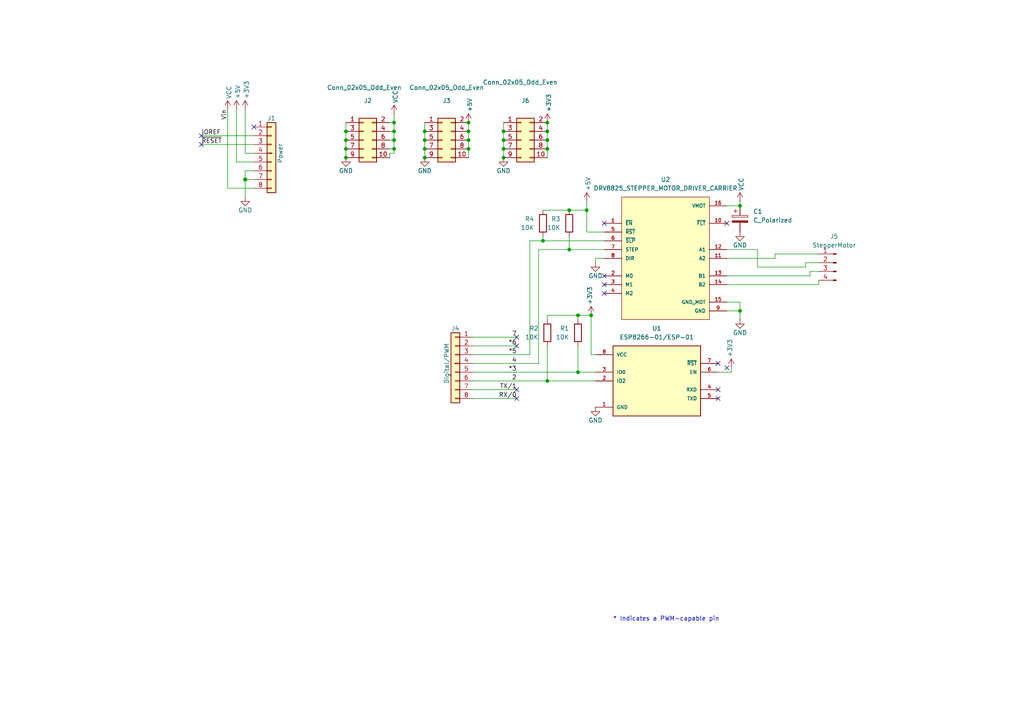
<source format=kicad_sch>
(kicad_sch (version 20250114) (generator "eeschema") (generator_version "9.0")
  (paper "A4")
  (title_block (date "mar. 31 mars 2015"))
  (lib_symbols
    (symbol "Connector:Conn_01x04_Pin" (pin_names (offset 1.016) (hide yes))
      (property "Reference" "J" (at 0 5.08 0))
      (property "Value" "Conn_01x04_Pin" (at 0 -7.62 0))
      (symbol "Conn_01x04_Pin_1_1"
        (rectangle (start 0.8636 2.667) (end 0 2.413) (stroke (width 0.1524)) (fill (type outline)))
        (rectangle (start 0.8636 0.127) (end 0 -0.127) (stroke (width 0.1524)) (fill (type outline)))
        (rectangle (start 0.8636 -2.413) (end 0 -2.667) (stroke (width 0.1524)) (fill (type outline)))
        (rectangle (start 0.8636 -4.953) (end 0 -5.207) (stroke (width 0.1524)) (fill (type outline)))
        (polyline (pts (xy 1.27 2.54) (xy 0.8636 2.54)) (stroke (width 0.1524)))
        (polyline (pts (xy 1.27 0) (xy 0.8636 0)) (stroke (width 0.1524)))
        (polyline (pts (xy 1.27 -2.54) (xy 0.8636 -2.54)) (stroke (width 0.1524)))
        (polyline (pts (xy 1.27 -5.08) (xy 0.8636 -5.08)) (stroke (width 0.1524)))
        (pin passive line (at 5.08 2.54 180) (length 3.81) (name "Pin_1") (number "1"))
        (pin passive line (at 5.08 0 180) (length 3.81) (name "Pin_2") (number "2"))
        (pin passive line (at 5.08 -2.54 180) (length 3.81) (name "Pin_3") (number "3"))
        (pin passive line (at 5.08 -5.08 180) (length 3.81) (name "Pin_4") (number "4"))
      )
    )
    (symbol "Connector_Generic:Conn_01x08" (pin_names (offset 1.016) (hide yes))
      (property "Reference" "J" (at 0 10.16 0))
      (property "Value" "Conn_01x08" (at 0 -12.7 0))
      (symbol "Conn_01x08_1_1"
        (rectangle (start -1.27 8.89) (end 1.27 -11.43) (stroke (width 0.254)) (fill (type background)))
        (rectangle (start -1.27 7.747) (end 0 7.493) (stroke (width 0.1524)))
        (rectangle (start -1.27 5.207) (end 0 4.953) (stroke (width 0.1524)))
        (rectangle (start -1.27 2.667) (end 0 2.413) (stroke (width 0.1524)))
        (rectangle (start -1.27 0.127) (end 0 -0.127) (stroke (width 0.1524)))
        (rectangle (start -1.27 -2.413) (end 0 -2.667) (stroke (width 0.1524)))
        (rectangle (start -1.27 -4.953) (end 0 -5.207) (stroke (width 0.1524)))
        (rectangle (start -1.27 -7.493) (end 0 -7.747) (stroke (width 0.1524)))
        (rectangle (start -1.27 -10.033) (end 0 -10.287) (stroke (width 0.1524)))
        (pin passive line (at -5.08 7.62 0) (length 3.81) (name "Pin_1") (number "1"))
        (pin passive line (at -5.08 5.08 0) (length 3.81) (name "Pin_2") (number "2"))
        (pin passive line (at -5.08 2.54 0) (length 3.81) (name "Pin_3") (number "3"))
        (pin passive line (at -5.08 0 0) (length 3.81) (name "Pin_4") (number "4"))
        (pin passive line (at -5.08 -2.54 0) (length 3.81) (name "Pin_5") (number "5"))
        (pin passive line (at -5.08 -5.08 0) (length 3.81) (name "Pin_6") (number "6"))
        (pin passive line (at -5.08 -7.62 0) (length 3.81) (name "Pin_7") (number "7"))
        (pin passive line (at -5.08 -10.16 0) (length 3.81) (name "Pin_8") (number "8"))
      )
    )
    (symbol "Connector_Generic:Conn_02x05_Odd_Even" (pin_names (offset 1.016) (hide yes))
      (property "Reference" "J" (at 1.27 7.62 0))
      (property "Value" "Conn_02x05_Odd_Even" (at 1.27 -7.62 0))
      (symbol "Conn_02x05_Odd_Even_1_1"
        (rectangle (start -1.27 6.35) (end 3.81 -6.35) (stroke (width 0.254)) (fill (type background)))
        (rectangle (start -1.27 5.207) (end 0 4.953) (stroke (width 0.1524)))
        (rectangle (start -1.27 2.667) (end 0 2.413) (stroke (width 0.1524)))
        (rectangle (start -1.27 0.127) (end 0 -0.127) (stroke (width 0.1524)))
        (rectangle (start -1.27 -2.413) (end 0 -2.667) (stroke (width 0.1524)))
        (rectangle (start -1.27 -4.953) (end 0 -5.207) (stroke (width 0.1524)))
        (rectangle (start 3.81 5.207) (end 2.54 4.953) (stroke (width 0.1524)))
        (rectangle (start 3.81 2.667) (end 2.54 2.413) (stroke (width 0.1524)))
        (rectangle (start 3.81 0.127) (end 2.54 -0.127) (stroke (width 0.1524)))
        (rectangle (start 3.81 -2.413) (end 2.54 -2.667) (stroke (width 0.1524)))
        (rectangle (start 3.81 -4.953) (end 2.54 -5.207) (stroke (width 0.1524)))
        (pin passive line (at -5.08 5.08 0) (length 3.81) (name "Pin_1") (number "1"))
        (pin passive line (at -5.08 2.54 0) (length 3.81) (name "Pin_3") (number "3"))
        (pin passive line (at -5.08 0 0) (length 3.81) (name "Pin_5") (number "5"))
        (pin passive line (at -5.08 -2.54 0) (length 3.81) (name "Pin_7") (number "7"))
        (pin passive line (at -5.08 -5.08 0) (length 3.81) (name "Pin_9") (number "9"))
        (pin passive line (at 7.62 5.08 180) (length 3.81) (name "Pin_2") (number "2"))
        (pin passive line (at 7.62 2.54 180) (length 3.81) (name "Pin_4") (number "4"))
        (pin passive line (at 7.62 0 180) (length 3.81) (name "Pin_6") (number "6"))
        (pin passive line (at 7.62 -2.54 180) (length 3.81) (name "Pin_8") (number "8"))
        (pin passive line (at 7.62 -5.08 180) (length 3.81) (name "Pin_10") (number "10"))
      )
    )
    (symbol "DRV8825_STEPPER_MOTOR_DRIVER_CARRIER:DRV8825_STEPPER_MOTOR_DRIVER_CARRIER" (pin_names (offset 1.016))
      (property "Reference" "U" (at -12.7 18.542 0))
      (property "Value" "DRV8825_STEPPER_MOTOR_DRIVER_CARRIER" (at -12.7 -20.32 0))
      (symbol "DRV8825_STEPPER_MOTOR_DRIVER_CARRIER_0_0"
        (rectangle (start -12.7 -17.78) (end 12.7 17.78) (stroke (width 0.1524)) (fill (type background)))
        (pin input line (at -17.78 10.16 0) (length 5.08) (name "~{EN}") (number "1"))
        (pin input line (at -17.78 7.62 0) (length 5.08) (name "~{RST}") (number "5"))
        (pin input line (at -17.78 5.08 0) (length 5.08) (name "~{SLP}") (number "6"))
        (pin input line (at -17.78 2.54 0) (length 5.08) (name "STEP") (number "7"))
        (pin input line (at -17.78 0 0) (length 5.08) (name "DIR") (number "8"))
        (pin input line (at -17.78 -5.08 0) (length 5.08) (name "M0") (number "2"))
        (pin input line (at -17.78 -7.62 0) (length 5.08) (name "M1") (number "3"))
        (pin input line (at -17.78 -10.16 0) (length 5.08) (name "M2") (number "4"))
        (pin power_in line (at 17.78 15.24 180) (length 5.08) (name "VMOT") (number "16"))
        (pin output line (at 17.78 10.16 180) (length 5.08) (name "~{FLT}") (number "10"))
        (pin output line (at 17.78 2.54 180) (length 5.08) (name "A1") (number "12"))
        (pin output line (at 17.78 0 180) (length 5.08) (name "A2") (number "11"))
        (pin output line (at 17.78 -5.08 180) (length 5.08) (name "B1") (number "13"))
        (pin output line (at 17.78 -7.62 180) (length 5.08) (name "B2") (number "14"))
        (pin power_in line (at 17.78 -12.7 180) (length 5.08) (name "GND_MOT") (number "15"))
        (pin power_in line (at 17.78 -15.24 180) (length 5.08) (name "GND") (number "9"))
      )
    )
    (symbol "Device:C_Polarized" (pin_numbers (hide yes)) (pin_names (offset 0.254))
      (property "Reference" "C" (at 0.635 2.54 0))
      (property "Value" "C_Polarized" (at 0.635 -2.54 0))
      (symbol "C_Polarized_0_1"
        (rectangle (start -2.286 0.508) (end 2.286 1.016))
        (polyline (pts (xy -1.778 2.286) (xy -0.762 2.286)))
        (polyline (pts (xy -1.27 2.794) (xy -1.27 1.778)))
        (rectangle (start 2.286 -0.508) (end -2.286 -1.016) (fill (type outline)))
      )
      (symbol "C_Polarized_1_1"
        (pin passive line (at 0 3.81 270) (length 2.794) (name "~") (number "1"))
        (pin passive line (at 0 -3.81 90) (length 2.794) (name "~") (number "2"))
      )
    )
    (symbol "Device:R" (pin_numbers (hide yes)) (pin_names (offset 0))
      (property "Reference" "R" (at 2.032 0 90))
      (property "Value" "R" (at 0 0 90))
      (symbol "R_0_1"
        (rectangle (start -1.016 -2.54) (end 1.016 2.54) (stroke (width 0.254)))
      )
      (symbol "R_1_1"
        (pin passive line (at 0 3.81 270) (length 1.27) (name "~") (number "1"))
        (pin passive line (at 0 -3.81 90) (length 1.27) (name "~") (number "2"))
      )
    )
    (symbol "ESP8266-01_ESP-01:ESP8266-01/ESP-01" (pin_names (offset 1.016))
      (property "Reference" "U" (at -12.7 10.668 0))
      (property "Value" "ESP8266-01/ESP-01" (at -12.7254 -12.7254 0))
      (symbol "ESP8266-01/ESP-01_0_0"
        (rectangle (start -12.7 -10.16) (end 12.7 10.16) (stroke (width 0.254)) (fill (type background)))
        (pin input line (at -17.78 5.08 0) (length 5.08) (name "~{RST}") (number "7"))
        (pin input line (at -17.78 2.54 0) (length 5.08) (name "EN") (number "6"))
        (pin input line (at -17.78 -2.54 0) (length 5.08) (name "RXD") (number "4"))
        (pin output line (at -17.78 -5.08 0) (length 5.08) (name "TXD") (number "5"))
        (pin power_in line (at 17.78 7.62 180) (length 5.08) (name "VCC") (number "8"))
        (pin bidirectional line (at 17.78 2.54 180) (length 5.08) (name "IO0") (number "3"))
        (pin bidirectional line (at 17.78 0 180) (length 5.08) (name "IO2") (number "2"))
        (pin power_in line (at 17.78 -7.62 180) (length 5.08) (name "GND") (number "1"))
      )
    )
    (symbol "power:+3V3" (power) (pin_numbers (hide yes)) (pin_names (offset 0) (hide yes))
      (property "Value" "+3V3" (at 0 3.556 0))
      (symbol "+3V3_0_1"
        (polyline (pts (xy -0.762 1.27) (xy 0 2.54)))
        (polyline (pts (xy 0 2.54) (xy 0.762 1.27)))
        (polyline (pts (xy 0 0) (xy 0 2.54)))
      )
      (symbol "+3V3_1_1"
        (pin power_in line (at 0 0 90) (length 0) (name "~") (number "1"))
      )
    )
    (symbol "power:+5V" (power) (pin_numbers (hide yes)) (pin_names (offset 0) (hide yes))
      (property "Value" "+5V" (at 0 3.556 0))
      (symbol "+5V_0_1"
        (polyline (pts (xy -0.762 1.27) (xy 0 2.54)))
        (polyline (pts (xy 0 2.54) (xy 0.762 1.27)))
        (polyline (pts (xy 0 0) (xy 0 2.54)))
      )
      (symbol "+5V_1_1"
        (pin power_in line (at 0 0 90) (length 0) (name "~") (number "1"))
      )
    )
    (symbol "power:GND" (power) (pin_numbers (hide yes)) (pin_names (offset 0) (hide yes))
      (property "Value" "GND" (at 0 -3.81 0))
      (symbol "GND_0_1"
        (polyline (pts (xy 0 0) (xy 0 -1.27) (xy 1.27 -1.27) (xy 0 -2.54) (xy -1.27 -1.27) (xy 0 -1.27)))
      )
      (symbol "GND_1_1"
        (pin power_in line (at 0 0 270) (length 0) (name "~") (number "1"))
      )
    )
    (symbol "power:VCC" (power) (pin_numbers (hide yes)) (pin_names (offset 0) (hide yes))
      (property "Value" "VCC" (at 0 3.556 0))
      (symbol "VCC_0_1"
        (polyline (pts (xy -0.762 1.27) (xy 0 2.54)))
        (polyline (pts (xy 0 2.54) (xy 0.762 1.27)))
        (polyline (pts (xy 0 0) (xy 0 2.54)))
      )
      (symbol "VCC_1_1"
        (pin power_in line (at 0 0 90) (length 0) (name "~") (number "1"))
      )
    )
  )
  (text "* Indicates a PWM-capable pin" (at 177.8 180.34 0) (effects (font (size 1.27 1.27)) (justify left bottom)))
  (junction (at 123.19 45.72))
  (junction (at 170.18 60.96))
  (junction (at 123.19 43.18))
  (junction (at 135.89 35.56))
  (junction (at 100.33 43.18))
  (junction (at 165.1 60.96))
  (junction (at 100.33 38.1))
  (junction (at 167.64 91.44))
  (junction (at 135.89 38.1))
  (junction (at 158.75 43.18))
  (junction (at 146.05 38.1))
  (junction (at 114.3 38.1))
  (junction (at 214.63 59.69))
  (junction (at 71.12 52.07) (diameter 1.016))
  (junction (at 123.19 38.1))
  (junction (at 114.3 35.56))
  (junction (at 114.3 40.64))
  (junction (at 123.19 40.64))
  (junction (at 100.33 40.64))
  (junction (at 100.33 45.72))
  (junction (at 157.48 69.85))
  (junction (at 158.75 38.1))
  (junction (at 135.89 43.18))
  (junction (at 158.75 40.64))
  (junction (at 114.3 43.18))
  (junction (at 146.05 43.18))
  (junction (at 146.05 40.64))
  (junction (at 167.64 107.95))
  (junction (at 214.63 90.17))
  (junction (at 146.05 45.72))
  (junction (at 158.75 35.56))
  (junction (at 158.75 110.49))
  (junction (at 135.89 40.64))
  (junction (at 165.1 72.39))
  (junction (at 171.45 91.44))
  (no_connect (at 58.42 41.91))
  (no_connect (at 208.28 115.57))
  (no_connect (at 175.26 85.09))
  (no_connect (at 149.86 97.79))
  (no_connect (at 58.42 39.37))
  (no_connect (at 210.82 106.68))
  (no_connect (at 210.82 64.77))
  (no_connect (at 175.26 82.55))
  (no_connect (at 208.28 105.41))
  (no_connect (at 149.86 113.03))
  (no_connect (at 208.28 113.03))
  (no_connect (at 73.66 36.83))
  (no_connect (at 149.86 100.33))
  (no_connect (at 175.26 64.77))
  (no_connect (at 149.86 115.57))
  (no_connect (at 175.26 80.01))
  (wire (pts (xy 137.16 115.57) (xy 149.86 115.57)))
  (wire (pts (xy 210.82 74.93) (xy 224.79 74.93)))
  (wire (pts (xy 171.45 91.44) (xy 167.64 91.44)))
  (wire (pts (xy 170.18 67.31) (xy 170.18 60.96)))
  (wire (pts (xy 234.95 78.74) (xy 237.49 78.74)))
  (wire (pts (xy 214.63 90.17) (xy 214.63 92.71)))
  (wire (pts (xy 135.89 38.1) (xy 135.89 40.64)))
  (wire (pts (xy 123.19 43.18) (xy 123.19 45.72)))
  (wire (pts (xy 71.12 49.53) (xy 71.12 52.07)))
  (wire (pts (xy 210.82 87.63) (xy 214.63 87.63)))
  (wire (pts (xy 233.68 77.47) (xy 233.68 76.2)))
  (wire (pts (xy 158.75 40.64) (xy 158.75 43.18)))
  (wire (pts (xy 114.3 38.1) (xy 114.3 40.64)))
  (wire (pts (xy 158.75 35.56) (xy 158.75 38.1)))
  (wire (pts (xy 233.68 76.2) (xy 237.49 76.2)))
  (wire (pts (xy 157.48 60.96) (xy 165.1 60.96)))
  (wire (pts (xy 172.72 102.87) (xy 171.45 102.87)))
  (wire (pts (xy 71.12 52.07) (xy 71.12 57.15)))
  (wire (pts (xy 167.64 91.44) (xy 167.64 92.71)))
  (wire (pts (xy 71.12 44.45) (xy 73.66 44.45)))
  (wire (pts (xy 68.58 46.99) (xy 73.66 46.99)))
  (wire (pts (xy 114.3 35.56) (xy 114.3 38.1)))
  (wire (pts (xy 68.58 31.75) (xy 68.58 46.99)))
  (wire (pts (xy 208.28 107.95) (xy 212.09 107.95)))
  (wire (pts (xy 224.79 73.66) (xy 237.49 73.66)))
  (wire (pts (xy 71.12 31.75) (xy 71.12 44.45)))
  (wire (pts (xy 137.16 97.79) (xy 149.86 97.79)))
  (wire (pts (xy 157.48 69.85) (xy 175.26 69.85)))
  (wire (pts (xy 158.75 91.44) (xy 167.64 91.44)))
  (wire (pts (xy 170.18 60.96) (xy 170.18 58.42)))
  (wire (pts (xy 137.16 100.33) (xy 149.86 100.33)))
  (wire (pts (xy 113.03 44.45) (xy 113.03 45.72)))
  (wire (pts (xy 165.1 72.39) (xy 175.26 72.39)))
  (wire (pts (xy 114.3 40.64) (xy 114.3 43.18)))
  (wire (pts (xy 146.05 40.64) (xy 146.05 43.18)))
  (wire (pts (xy 123.19 38.1) (xy 123.19 40.64)))
  (wire (pts (xy 123.19 35.56) (xy 123.19 38.1)))
  (wire (pts (xy 234.95 80.01) (xy 234.95 78.74)))
  (wire (pts (xy 224.79 74.93) (xy 224.79 73.66)))
  (wire (pts (xy 165.1 68.58) (xy 165.1 72.39)))
  (wire (pts (xy 171.45 91.44) (xy 171.45 102.87)))
  (wire (pts (xy 137.16 105.41) (xy 156.21 105.41)))
  (wire (pts (xy 156.21 105.41) (xy 156.21 72.39)))
  (wire (pts (xy 214.63 59.69) (xy 214.63 58.42)))
  (wire (pts (xy 175.26 74.93) (xy 172.72 74.93)))
  (wire (pts (xy 158.75 92.71) (xy 158.75 91.44)))
  (wire (pts (xy 58.42 39.37) (xy 73.66 39.37)))
  (wire (pts (xy 113.03 43.18) (xy 114.3 43.18)))
  (wire (pts (xy 100.33 35.56) (xy 100.33 38.1)))
  (wire (pts (xy 210.82 59.69) (xy 214.63 59.69)))
  (wire (pts (xy 175.26 67.31) (xy 170.18 67.31)))
  (wire (pts (xy 210.82 80.01) (xy 234.95 80.01)))
  (wire (pts (xy 113.03 44.45) (xy 114.3 44.45)))
  (wire (pts (xy 113.03 35.56) (xy 114.3 35.56)))
  (wire (pts (xy 210.82 72.39) (xy 219.71 72.39)))
  (wire (pts (xy 146.05 35.56) (xy 146.05 38.1)))
  (wire (pts (xy 135.89 43.18) (xy 135.89 45.72)))
  (wire (pts (xy 100.33 43.18) (xy 100.33 45.72)))
  (wire (pts (xy 58.42 41.91) (xy 73.66 41.91)))
  (wire (pts (xy 210.82 82.55) (xy 237.49 82.55)))
  (wire (pts (xy 73.66 52.07) (xy 71.12 52.07)))
  (wire (pts (xy 114.3 44.45) (xy 114.3 43.18)))
  (wire (pts (xy 158.75 38.1) (xy 158.75 40.64)))
  (wire (pts (xy 146.05 43.18) (xy 146.05 45.72)))
  (wire (pts (xy 135.89 35.56) (xy 135.89 38.1)))
  (wire (pts (xy 73.66 54.61) (xy 66.04 54.61)))
  (wire (pts (xy 165.1 60.96) (xy 170.18 60.96)))
  (wire (pts (xy 114.3 33.02) (xy 114.3 35.56)))
  (wire (pts (xy 123.19 40.64) (xy 123.19 43.18)))
  (wire (pts (xy 153.67 102.87) (xy 153.67 69.85)))
  (wire (pts (xy 146.05 38.1) (xy 146.05 40.64)))
  (wire (pts (xy 214.63 87.63) (xy 214.63 90.17)))
  (wire (pts (xy 73.66 49.53) (xy 71.12 49.53)))
  (wire (pts (xy 158.75 43.18) (xy 158.75 45.72)))
  (wire (pts (xy 137.16 102.87) (xy 153.67 102.87)))
  (wire (pts (xy 156.21 72.39) (xy 165.1 72.39)))
  (wire (pts (xy 113.03 40.64) (xy 114.3 40.64)))
  (wire (pts (xy 219.71 72.39) (xy 219.71 77.47)))
  (wire (pts (xy 167.64 107.95) (xy 172.72 107.95)))
  (wire (pts (xy 137.16 110.49) (xy 158.75 110.49)))
  (wire (pts (xy 237.49 82.55) (xy 237.49 81.28)))
  (wire (pts (xy 137.16 107.95) (xy 167.64 107.95)))
  (wire (pts (xy 100.33 38.1) (xy 100.33 40.64)))
  (wire (pts (xy 219.71 77.47) (xy 233.68 77.47)))
  (wire (pts (xy 100.33 40.64) (xy 100.33 43.18)))
  (wire (pts (xy 135.89 40.64) (xy 135.89 43.18)))
  (wire (pts (xy 113.03 38.1) (xy 114.3 38.1)))
  (wire (pts (xy 210.82 90.17) (xy 214.63 90.17)))
  (wire (pts (xy 158.75 110.49) (xy 158.75 100.33)))
  (wire (pts (xy 157.48 68.58) (xy 157.48 69.85)))
  (wire (pts (xy 137.16 113.03) (xy 149.86 113.03)))
  (wire (pts (xy 66.04 54.61) (xy 66.04 31.75)))
  (wire (pts (xy 172.72 74.93) (xy 172.72 76.2)))
  (wire (pts (xy 167.64 100.33) (xy 167.64 107.95)))
  (wire (pts (xy 153.67 69.85) (xy 157.48 69.85)))
  (wire (pts (xy 158.75 110.49) (xy 172.72 110.49)))
  (wire (pts (xy 212.09 107.95) (xy 212.09 106.68)))
  (label "RX{slash}0" (at 149.86 115.57 180))
  (label "4" (at 149.86 105.41 180))
  (label "2" (at 149.86 110.49 180))
  (label "~{RESET}" (at 58.42 41.91 0))
  (label "7" (at 149.86 97.79 180))
  (label "*3" (at 149.86 107.95 180))
  (label "TX{slash}1" (at 149.86 113.03 180))
  (label "Vin" (at 66.04 31.75 270))
  (label "*6" (at 149.86 100.33 180))
  (label "*5" (at 149.86 102.87 180))
  (label "IOREF" (at 58.42 39.37 0))
  (symbol (lib_id "Connector_Generic:Conn_01x08") (at 78.74 44.45 0) (unit 1)
    (property "Reference" "J1" (at 78.74 34.29 0))
    (property "Value" "Power" (at 81.28 44.45 90))
    (property "Footprint" "Connector_PinSocket_2.54mm:PinSocket_1x08_P2.54mm_Vertical" (effects (hide yes)))
    (property "Datasheet" "~" (at 78.74 44.45 0))
    (property "Description" "Generic connector, single row, 01x08, script generated (kicad-library-utils/schlib/autogen/connector/)" (effects (hide yes)))
  )
  (symbol (lib_id "power:+3V3") (at 71.12 31.75 0) (unit 1)
    (property "Reference" "#PWR03" (effects (hide yes)))
    (property "Value" "+3V3" (at 71.501 28.702 90) (effects (justify left)))
    (property "Description" "Power symbol creates a global label with name \"+3V3\"" (effects (hide yes)))
  )
  (symbol (lib_id "power:+5V") (at 68.58 31.75 0) (unit 1)
    (property "Reference" "#PWR02" (effects (hide yes)))
    (property "Value" "+5V" (at 68.9356 28.702 90) (effects (justify left)))
    (property "Description" "Power symbol creates a global label with name \"+5V\"" (effects (hide yes)))
  )
  (symbol (lib_id "power:GND") (at 71.12 57.15 0) (unit 1)
    (property "Reference" "#PWR04" (effects (hide yes)))
    (property "Value" "GND" (at 71.12 60.96 0))
    (property "Description" "Power symbol creates a global label with name \"GND\" , ground" (effects (hide yes)))
  )
  (symbol (lib_id "Connector_Generic:Conn_01x08") (at 132.08 105.41 0) (mirror y) (unit 1)
    (property "Reference" "J4" (at 132.08 95.25 0))
    (property "Value" "Digital/PWM" (at 129.54 105.41 90))
    (property "Footprint" "Connector_PinSocket_2.54mm:PinSocket_1x08_P2.54mm_Vertical" (effects (hide yes)))
    (property "Datasheet" "~" (at 132.08 105.41 0))
    (property "Description" "Generic connector, single row, 01x08, script generated (kicad-library-utils/schlib/autogen/connector/)" (effects (hide yes)))
  )
  (symbol (lib_id "power:+3V3") (at 171.45 91.44 0) (mirror y) (unit 1)
    (property "Reference" "#PWR012" (effects (hide yes)))
    (property "Value" "+3V3" (at 171.069 88.392 90) (effects (justify left)))
    (property "Description" "Power symbol creates a global label with name \"+3V3\"" (effects (hide yes)))
  )
  (symbol (lib_id "Device:R") (at 165.1 64.77 0) (mirror y) (unit 1)
    (property "Reference" "R3" (at 162.56 63.4999 0) (effects (justify left)))
    (property "Value" "10K" (at 162.56 66.0399 0) (effects (justify left)))
    (property "Footprint" "Resistor_SMD:R_0402_1005Metric_Pad0.72x0.64mm_HandSolder" (effects (hide yes)))
    (property "Description" "Resistor" (effects (hide yes)))
  )
  (symbol (lib_id "power:GND") (at 172.72 118.11 0) (mirror y) (unit 1)
    (property "Reference" "#PWR09" (effects (hide yes)))
    (property "Value" "GND" (at 172.72 121.92 0))
    (property "Description" "Power symbol creates a global label with name \"GND\" , ground" (effects (hide yes)))
  )
  (symbol (lib_id "ESP8266-01_ESP-01:ESP8266-01/ESP-01") (at 190.5 110.49 0) (mirror y) (unit 1)
    (property "Reference" "U1" (at 190.5 95.25 0))
    (property "Value" "ESP8266-01/ESP-01" (at 190.5 97.79 0))
    (property "Footprint" "lib:XCVR_ESP8266-01_ESP-01" (effects (hide yes)))
    (property "PARTREV" "V1.2" (effects (hide yes)))
    (property "STANDARD" "Manufacturer recommendations or IPC 7351B" (effects (hide yes)))
    (property "MAXIMUM_PACKAGE_HEIGHT" "11.2 mm" (effects (hide yes)))
    (property "MANUFACTURER" "AI-Thinker" (effects (hide yes)))
  )
  (symbol (lib_id "power:VCC") (at 214.63 58.42 0) (unit 1)
    (property "Reference" "#PWR07" (effects (hide yes)))
    (property "Value" "VCC" (at 215.011 55.372 90) (effects (justify left)))
    (property "Description" "Power symbol creates a global label with name \"VCC\"" (effects (hide yes)))
  )
  (symbol (lib_id "power:+3V3") (at 158.75 35.56 0) (unit 1)
    (property "Reference" "#PWR017" (effects (hide yes)))
    (property "Value" "+3V3" (at 159.131 32.512 90) (effects (justify left)))
    (property "Description" "Power symbol creates a global label with name \"+3V3\"" (effects (hide yes)))
  )
  (symbol (lib_id "Device:R") (at 158.75 96.52 0) (mirror y) (unit 1)
    (property "Reference" "R2" (at 156.21 95.2499 0) (effects (justify left)))
    (property "Value" "10K" (at 156.21 97.7899 0) (effects (justify left)))
    (property "Footprint" "Resistor_SMD:R_0402_1005Metric_Pad0.72x0.64mm_HandSolder" (effects (hide yes)))
    (property "Description" "Resistor" (effects (hide yes)))
  )
  (symbol (lib_id "power:GND") (at 214.63 67.31 0) (unit 1)
    (property "Reference" "#PWR018" (effects (hide yes)))
    (property "Value" "GND" (at 214.63 71.12 0))
    (property "Description" "Power symbol creates a global label with name \"GND\" , ground" (effects (hide yes)))
  )
  (symbol (lib_id "power:GND") (at 100.33 45.72 0) (unit 1)
    (property "Reference" "#PWR013" (effects (hide yes)))
    (property "Value" "GND" (at 100.33 49.53 0))
    (property "Description" "Power symbol creates a global label with name \"GND\" , ground" (effects (hide yes)))
  )
  (symbol (lib_id "power:GND") (at 172.72 76.2 0) (unit 1)
    (property "Reference" "#PWR08" (effects (hide yes)))
    (property "Value" "GND" (at 172.72 80.01 0))
    (property "Description" "Power symbol creates a global label with name \"GND\" , ground" (effects (hide yes)))
  )
  (symbol (lib_id "power:VCC") (at 66.04 31.75 0) (unit 1)
    (property "Reference" "#PWR01" (effects (hide yes)))
    (property "Value" "VCC" (at 66.421 28.702 90) (effects (justify left)))
    (property "Description" "Power symbol creates a global label with name \"VCC\"" (effects (hide yes)))
  )
  (symbol (lib_id "Connector_Generic:Conn_02x05_Odd_Even") (at 105.41 40.64 0) (unit 1)
    (property "Reference" "J2" (at 106.68 29.21 0))
    (property "Value" "Conn_02x05_Odd_Even" (at 105.664 25.4 0))
    (property "Footprint" "lib:PinSocket_2x05_P2.54mm_Vertical_aquario" (effects (hide yes)))
    (property "Description" "Generic connector, double row, 02x05, odd/even pin numbering scheme (row 1 odd numbers, row 2 even numbers), script generated (kicad-library-utils/schlib/autogen/connector/)" (effects (hide yes)))
  )
  (symbol (lib_id "Connector_Generic:Conn_02x05_Odd_Even") (at 128.27 40.64 0) (unit 1)
    (property "Reference" "J3" (at 129.54 29.21 0))
    (property "Value" "Conn_02x05_Odd_Even" (at 129.54 25.4 0))
    (property "Footprint" "lib:PinSocket_2x05_P2.54mm_Vertical_aquario" (effects (hide yes)))
    (property "Description" "Generic connector, double row, 02x05, odd/even pin numbering scheme (row 1 odd numbers, row 2 even numbers), script generated (kicad-library-utils/schlib/autogen/connector/)" (effects (hide yes)))
  )
  (symbol (lib_id "Connector:Conn_01x04_Pin") (at 242.57 76.2 0) (mirror y) (unit 1)
    (property "Reference" "J5" (at 241.935 68.58 0))
    (property "Value" "StepperMotor" (at 241.935 71.12 0))
    (property "Footprint" "Connector_PinSocket_2.54mm:PinSocket_1x04_P2.54mm_Vertical" (effects (hide yes)))
    (property "Description" "Generic connector, single row, 01x04, script generated" (effects (hide yes)))
  )
  (symbol (lib_id "power:+5V") (at 170.18 58.42 0) (unit 1)
    (property "Reference" "#PWR010" (effects (hide yes)))
    (property "Value" "+5V" (at 170.5356 55.372 90) (effects (justify left)))
    (property "Description" "Power symbol creates a global label with name \"+5V\"" (effects (hide yes)))
  )
  (symbol (lib_id "Device:R") (at 167.64 96.52 0) (mirror y) (unit 1)
    (property "Reference" "R1" (at 165.1 95.2499 0) (effects (justify left)))
    (property "Value" "10K" (at 165.1 97.7899 0) (effects (justify left)))
    (property "Footprint" "Resistor_SMD:R_0402_1005Metric_Pad0.72x0.64mm_HandSolder" (effects (hide yes)))
    (property "Description" "Resistor" (effects (hide yes)))
  )
  (symbol (lib_id "power:GND") (at 146.05 45.72 0) (unit 1)
    (property "Reference" "#PWR016" (effects (hide yes)))
    (property "Value" "GND" (at 146.05 49.53 0))
    (property "Description" "Power symbol creates a global label with name \"GND\" , ground" (effects (hide yes)))
  )
  (symbol (lib_id "Connector_Generic:Conn_02x05_Odd_Even") (at 151.13 40.64 0) (unit 1)
    (property "Reference" "J6" (at 152.4 29.21 0))
    (property "Value" "Conn_02x05_Odd_Even" (at 150.876 23.876 0))
    (property "Footprint" "lib:PinSocket_2x05_P2.54mm_Vertical_aquario" (effects (hide yes)))
    (property "Description" "Generic connector, double row, 02x05, odd/even pin numbering scheme (row 1 odd numbers, row 2 even numbers), script generated (kicad-library-utils/schlib/autogen/connector/)" (effects (hide yes)))
  )
  (symbol (lib_id "power:GND") (at 214.63 92.71 0) (unit 1)
    (property "Reference" "#PWR06" (effects (hide yes)))
    (property "Value" "GND" (at 214.63 96.52 0))
    (property "Description" "Power symbol creates a global label with name \"GND\" , ground" (effects (hide yes)))
  )
  (symbol (lib_id "power:+3V3") (at 212.09 106.68 0) (mirror y) (unit 1)
    (property "Reference" "#PWR011" (effects (hide yes)))
    (property "Value" "+3V3" (at 211.709 103.632 90) (effects (justify left)))
    (property "Description" "Power symbol creates a global label with name \"+3V3\"" (effects (hide yes)))
  )
  (symbol (lib_id "DRV8825_STEPPER_MOTOR_DRIVER_CARRIER:DRV8825_STEPPER_MOTOR_DRIVER_CARRIER") (at 193.04 74.93 0) (unit 1)
    (property "Reference" "U2" (at 193.04 52.07 0))
    (property "Value" "DRV8825_STEPPER_MOTOR_DRIVER_CARRIER" (at 193.04 54.61 0))
    (property "Footprint" "lib:IC_DRV8825_STEPPER_MOTOR_DRIVER_CARRIER" (effects (hide yes)))
    (property "MF" "Pololu" (effects (hide yes)))
    (property "DESCRIPTION" "Stepper motor controler; IC: DRV8825; 1.5A; Uin mot: 8.2÷45V" (effects (hide yes)))
    (property "PACKAGE" "None" (effects (hide yes)))
    (property "PRICE" "None" (effects (hide yes)))
    (property "Package" "None" (effects (hide yes)))
    (property "Check_prices" "https://www.snapeda.com/parts/DRV8825%20STEPPER%20MOTOR%20DRIVER%20CARRIER/Pololu/view-part/?ref=eda" (effects (hide yes)))
    (property "Price" "None" (effects (hide yes)))
    (property "SnapEDA_Link" "https://www.snapeda.com/parts/DRV8825%20STEPPER%20MOTOR%20DRIVER%20CARRIER/Pololu/view-part/?ref=snap" (effects (hide yes)))
    (property "MP" "DRV8825 STEPPER MOTOR DRIVER CARRIER" (effects (hide yes)))
    (property "Availability" "Not in stock" (effects (hide yes)))
    (property "AVAILABILITY" "Unavailable" (effects (hide yes)))
    (property "Description_1" "Stepper, Bipolar 8.2 ~ 45VDC Supply 1.5A 8.2 ~ 45V Load" (effects (hide yes)))
  )
  (symbol (lib_id "Device:C_Polarized") (at 214.63 63.5 0) (unit 1)
    (property "Reference" "C1" (at 218.44 61.3409 0) (effects (justify left)))
    (property "Value" "C_Polarized" (at 218.44 63.8809 0) (effects (justify left)))
    (property "Footprint" "Capacitor_THT:CP_Radial_D10.0mm_P5.00mm" (effects (hide yes)))
    (property "Description" "Polarized capacitor" (effects (hide yes)))
  )
  (symbol (lib_id "power:+5V") (at 135.89 35.56 0) (unit 1)
    (property "Reference" "#PWR015" (effects (hide yes)))
    (property "Value" "+5V" (at 136.2456 32.512 90) (effects (justify left)))
    (property "Description" "Power symbol creates a global label with name \"+5V\"" (effects (hide yes)))
  )
  (symbol (lib_id "Device:R") (at 157.48 64.77 0) (mirror y) (unit 1)
    (property "Reference" "R4" (at 154.94 63.4999 0) (effects (justify left)))
    (property "Value" "10K" (at 154.94 66.0399 0) (effects (justify left)))
    (property "Footprint" "Resistor_SMD:R_0402_1005Metric_Pad0.72x0.64mm_HandSolder" (effects (hide yes)))
    (property "Description" "Resistor" (effects (hide yes)))
  )
  (symbol (lib_id "power:GND") (at 123.19 45.72 0) (unit 1)
    (property "Reference" "#PWR014" (effects (hide yes)))
    (property "Value" "GND" (at 123.19 49.53 0))
    (property "Description" "Power symbol creates a global label with name \"GND\" , ground" (effects (hide yes)))
  )
  (symbol (lib_id "power:VCC") (at 114.3 33.02 0) (unit 1)
    (property "Reference" "#PWR05" (effects (hide yes)))
    (property "Value" "VCC" (at 114.681 29.972 90) (effects (justify left)))
    (property "Description" "Power symbol creates a global label with name \"VCC\"" (effects (hide yes)))
  )
)
</source>
